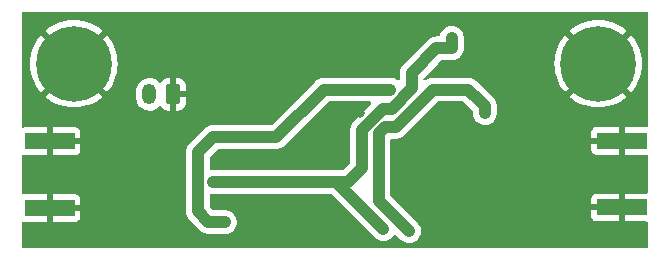
<source format=gbr>
%TF.GenerationSoftware,KiCad,Pcbnew,7.0.1*%
%TF.CreationDate,2023-04-02T02:08:02+02:00*%
%TF.ProjectId,OpenSPS_PCB,4f70656e-5350-4535-9f50-43422e6b6963,rev?*%
%TF.SameCoordinates,Original*%
%TF.FileFunction,Copper,L2,Bot*%
%TF.FilePolarity,Positive*%
%FSLAX46Y46*%
G04 Gerber Fmt 4.6, Leading zero omitted, Abs format (unit mm)*
G04 Created by KiCad (PCBNEW 7.0.1) date 2023-04-02 02:08:02*
%MOMM*%
%LPD*%
G01*
G04 APERTURE LIST*
G04 Aperture macros list*
%AMRoundRect*
0 Rectangle with rounded corners*
0 $1 Rounding radius*
0 $2 $3 $4 $5 $6 $7 $8 $9 X,Y pos of 4 corners*
0 Add a 4 corners polygon primitive as box body*
4,1,4,$2,$3,$4,$5,$6,$7,$8,$9,$2,$3,0*
0 Add four circle primitives for the rounded corners*
1,1,$1+$1,$2,$3*
1,1,$1+$1,$4,$5*
1,1,$1+$1,$6,$7*
1,1,$1+$1,$8,$9*
0 Add four rect primitives between the rounded corners*
20,1,$1+$1,$2,$3,$4,$5,0*
20,1,$1+$1,$4,$5,$6,$7,0*
20,1,$1+$1,$6,$7,$8,$9,0*
20,1,$1+$1,$8,$9,$2,$3,0*%
G04 Aperture macros list end*
%TA.AperFunction,ComponentPad*%
%ADD10C,6.400000*%
%TD*%
%TA.AperFunction,ComponentPad*%
%ADD11RoundRect,0.250000X0.350000X0.625000X-0.350000X0.625000X-0.350000X-0.625000X0.350000X-0.625000X0*%
%TD*%
%TA.AperFunction,ComponentPad*%
%ADD12O,1.200000X1.750000*%
%TD*%
%TA.AperFunction,SMDPad,CuDef*%
%ADD13R,4.200000X1.350000*%
%TD*%
%TA.AperFunction,ViaPad*%
%ADD14C,0.800000*%
%TD*%
%TA.AperFunction,Conductor*%
%ADD15C,1.000000*%
%TD*%
G04 APERTURE END LIST*
D10*
%TO.P,H2,1,1*%
%TO.N,Earth*%
X153400000Y-102000000D03*
%TD*%
D11*
%TO.P,VCC/GND,1,Pin_1*%
%TO.N,Earth*%
X117400000Y-104600000D03*
D12*
%TO.P,VCC/GND,2,Pin_2*%
%TO.N,VCC*%
X115400000Y-104600000D03*
%TD*%
D13*
%TO.P,Ref in,2,Ext*%
%TO.N,Earth*%
X106962500Y-108575000D03*
X106962500Y-114225000D03*
%TD*%
%TO.P,Laser out,2,Ext*%
%TO.N,Earth*%
X155412500Y-114175000D03*
X155412500Y-108525000D03*
%TD*%
D10*
%TO.P,H1,1,1*%
%TO.N,Earth*%
X109000000Y-102000000D03*
%TD*%
D14*
%TO.N,+3.3V*%
X143800000Y-106200000D03*
X135800000Y-104200000D03*
X134800000Y-110800000D03*
X137400000Y-116200000D03*
X121800000Y-115400000D03*
%TO.N,Earth*%
X116400000Y-113200000D03*
X140200000Y-110400000D03*
X117500000Y-109400000D03*
X133800000Y-117000000D03*
X147800000Y-116000000D03*
X124200000Y-116600000D03*
X115200000Y-109400000D03*
X149700000Y-112800000D03*
X152200000Y-109800000D03*
X114000000Y-113200000D03*
X146200000Y-106400000D03*
X115200000Y-113200000D03*
X111600000Y-109400000D03*
X143000000Y-116200000D03*
X124200000Y-106600000D03*
X122800000Y-98800000D03*
X110400000Y-109400000D03*
X134800000Y-99000000D03*
X112800000Y-113200000D03*
X148800000Y-105800000D03*
X151600000Y-107200000D03*
X149700000Y-109800000D03*
X111600000Y-113200000D03*
X130600000Y-114400000D03*
X125400000Y-109800000D03*
X128200000Y-108800000D03*
X152200000Y-112800000D03*
X112800000Y-109400000D03*
X137000000Y-100000000D03*
X130600000Y-107000000D03*
X126200000Y-99000000D03*
X151000000Y-109800000D03*
X146000000Y-114600000D03*
X117500000Y-113200000D03*
X130800000Y-100200000D03*
X114000000Y-109400000D03*
X148600000Y-100200000D03*
X121000000Y-106000000D03*
X133200000Y-106200000D03*
X110400000Y-113200000D03*
X116400000Y-109400000D03*
X120000000Y-103800000D03*
X151000000Y-112800000D03*
%TO.N,/Vth*%
X133400000Y-110800000D03*
X135200000Y-116000000D03*
X141000000Y-99800000D03*
X120800000Y-112000000D03*
%TD*%
D15*
%TO.N,+3.3V*%
X139400000Y-104200000D02*
X140200000Y-104200000D01*
X135348528Y-107348528D02*
X136251472Y-107348528D01*
X136251472Y-107348528D02*
X139400000Y-104200000D01*
X134800000Y-107897056D02*
X135348528Y-107348528D01*
X142400000Y-104200000D02*
X140200000Y-104200000D01*
X134800000Y-110800000D02*
X134800000Y-107897056D01*
X143400000Y-105200000D02*
X142400000Y-104200000D01*
X143800000Y-105600000D02*
X143400000Y-105200000D01*
X143800000Y-106200000D02*
X143800000Y-105600000D01*
%TO.N,/Vth*%
X133400000Y-107600000D02*
X133400000Y-110800000D01*
X135200000Y-105800000D02*
X133400000Y-107600000D01*
X135897056Y-105800000D02*
X135200000Y-105800000D01*
X137600000Y-104097056D02*
X135897056Y-105800000D01*
X137600000Y-102800000D02*
X137600000Y-104097056D01*
X139702944Y-100697056D02*
X137600000Y-102800000D01*
X141000000Y-100697056D02*
X139702944Y-100697056D01*
X141000000Y-99800000D02*
X141000000Y-100697056D01*
%TO.N,+3.3V*%
X134800000Y-113600000D02*
X137400000Y-116200000D01*
X119500000Y-109500000D02*
X119500000Y-114500000D01*
X120400000Y-115400000D02*
X121800000Y-115400000D01*
X119500000Y-114500000D02*
X120400000Y-115400000D01*
X120800000Y-108200000D02*
X119500000Y-109500000D01*
X130155635Y-104200000D02*
X126155635Y-108200000D01*
X135800000Y-104200000D02*
X130155635Y-104200000D01*
X126155635Y-108200000D02*
X120800000Y-108200000D01*
X134800000Y-110800000D02*
X134800000Y-113600000D01*
%TO.N,/Vth*%
X131200000Y-112000000D02*
X128600000Y-112000000D01*
X120800000Y-112000000D02*
X128600000Y-112000000D01*
X128600000Y-112000000D02*
X132200000Y-112000000D01*
X132200000Y-112000000D02*
X133400000Y-110800000D01*
X135200000Y-116000000D02*
X131200000Y-112000000D01*
%TD*%
%TA.AperFunction,Conductor*%
%TO.N,Earth*%
G36*
X134141512Y-105214015D02*
G01*
X134185535Y-105251615D01*
X134207690Y-105305102D01*
X134203148Y-105362818D01*
X134172898Y-105412181D01*
X132702645Y-106882433D01*
X132700398Y-106884624D01*
X132636948Y-106944940D01*
X132603244Y-106993362D01*
X132597573Y-107000882D01*
X132560301Y-107046593D01*
X132546210Y-107073566D01*
X132538082Y-107086983D01*
X132520705Y-107111950D01*
X132497439Y-107166165D01*
X132493399Y-107174671D01*
X132466090Y-107226952D01*
X132457720Y-107256201D01*
X132452459Y-107270978D01*
X132440460Y-107298942D01*
X132428587Y-107356713D01*
X132426342Y-107365860D01*
X132410113Y-107422580D01*
X132407802Y-107452925D01*
X132405622Y-107468466D01*
X132399500Y-107498259D01*
X132399500Y-107557242D01*
X132399142Y-107566656D01*
X132394663Y-107625477D01*
X132398506Y-107655651D01*
X132399500Y-107671317D01*
X132399500Y-110334217D01*
X132390061Y-110381670D01*
X132363181Y-110421898D01*
X131821899Y-110963181D01*
X131781671Y-110990061D01*
X131734218Y-110999500D01*
X131242758Y-110999500D01*
X131233344Y-110999142D01*
X131224198Y-110998445D01*
X131174524Y-110994663D01*
X131174523Y-110994663D01*
X131144349Y-110998506D01*
X131128683Y-110999500D01*
X128701741Y-110999500D01*
X120749258Y-110999500D01*
X120637045Y-111010911D01*
X120569891Y-110998875D01*
X120519268Y-110953139D01*
X120500500Y-110887547D01*
X120500500Y-109965783D01*
X120509939Y-109918330D01*
X120536819Y-109878102D01*
X121178102Y-109236819D01*
X121218330Y-109209939D01*
X121265783Y-109200500D01*
X126141356Y-109200500D01*
X126144497Y-109200539D01*
X126231998Y-109202757D01*
X126290067Y-109192348D01*
X126299371Y-109191043D01*
X126358073Y-109185074D01*
X126387102Y-109175965D01*
X126402335Y-109172226D01*
X126432288Y-109166858D01*
X126487061Y-109144978D01*
X126495936Y-109141819D01*
X126513310Y-109136367D01*
X126552223Y-109124159D01*
X126578829Y-109109390D01*
X126592997Y-109102662D01*
X126621252Y-109091377D01*
X126670514Y-109058909D01*
X126678545Y-109054043D01*
X126730137Y-109025409D01*
X126753222Y-109005589D01*
X126765749Y-108996144D01*
X126791154Y-108979402D01*
X126832886Y-108937668D01*
X126839758Y-108931300D01*
X126884530Y-108892866D01*
X126903159Y-108868798D01*
X126913518Y-108857036D01*
X130533735Y-105236819D01*
X130573964Y-105209939D01*
X130621417Y-105200500D01*
X134085217Y-105200500D01*
X134141512Y-105214015D01*
G37*
%TD.AperFunction*%
%TA.AperFunction,Conductor*%
G36*
X157537500Y-97617113D02*
G01*
X157582887Y-97662500D01*
X157599500Y-97724500D01*
X157599500Y-107226000D01*
X157582887Y-107288000D01*
X157537500Y-107333387D01*
X157475500Y-107350000D01*
X155662500Y-107350000D01*
X155662500Y-109700000D01*
X157475500Y-109700000D01*
X157537500Y-109716613D01*
X157582887Y-109762000D01*
X157599500Y-109824000D01*
X157599500Y-112876000D01*
X157582887Y-112938000D01*
X157537500Y-112983387D01*
X157475500Y-113000000D01*
X155662500Y-113000000D01*
X155662500Y-115350000D01*
X157475500Y-115350000D01*
X157537500Y-115366613D01*
X157582887Y-115412000D01*
X157599500Y-115474000D01*
X157599500Y-117475500D01*
X157582887Y-117537500D01*
X157537500Y-117582887D01*
X157475500Y-117599500D01*
X104724500Y-117599500D01*
X104662500Y-117582887D01*
X104617113Y-117537500D01*
X104600500Y-117475500D01*
X104600500Y-115514520D01*
X104614626Y-115457041D01*
X104653787Y-115412659D01*
X104709060Y-115391485D01*
X104739306Y-115395013D01*
X104739638Y-115391933D01*
X104814676Y-115400000D01*
X106712500Y-115400000D01*
X106712500Y-114475000D01*
X107212500Y-114475000D01*
X107212500Y-115400000D01*
X109110324Y-115400000D01*
X109169875Y-115393597D01*
X109304589Y-115343352D01*
X109419688Y-115257188D01*
X109505852Y-115142089D01*
X109556097Y-115007375D01*
X109562500Y-114947824D01*
X109562500Y-114475000D01*
X107212500Y-114475000D01*
X106712500Y-114475000D01*
X106712500Y-113050000D01*
X107212500Y-113050000D01*
X107212500Y-113975000D01*
X109562500Y-113975000D01*
X109562500Y-113502176D01*
X109556097Y-113442624D01*
X109505852Y-113307910D01*
X109419688Y-113192811D01*
X109304589Y-113106647D01*
X109169875Y-113056402D01*
X109110324Y-113050000D01*
X107212500Y-113050000D01*
X106712500Y-113050000D01*
X104814676Y-113050000D01*
X104739638Y-113058067D01*
X104739306Y-113054986D01*
X104709060Y-113058515D01*
X104653787Y-113037341D01*
X104614626Y-112992959D01*
X104600500Y-112935480D01*
X104600500Y-109864520D01*
X104614626Y-109807041D01*
X104653787Y-109762659D01*
X104709060Y-109741485D01*
X104739306Y-109745013D01*
X104739638Y-109741933D01*
X104814676Y-109750000D01*
X106712500Y-109750000D01*
X106712500Y-108825000D01*
X107212500Y-108825000D01*
X107212500Y-109750000D01*
X109110324Y-109750000D01*
X109169875Y-109743597D01*
X109304589Y-109693352D01*
X109419688Y-109607188D01*
X109480857Y-109525477D01*
X118494663Y-109525477D01*
X118498506Y-109555651D01*
X118499500Y-109571317D01*
X118499500Y-114485721D01*
X118499460Y-114488863D01*
X118497242Y-114576362D01*
X118507648Y-114634420D01*
X118508957Y-114643749D01*
X118514926Y-114702438D01*
X118524033Y-114731467D01*
X118527772Y-114746702D01*
X118533141Y-114776652D01*
X118555020Y-114831425D01*
X118558180Y-114840300D01*
X118575841Y-114896588D01*
X118590607Y-114923191D01*
X118597337Y-114937364D01*
X118608622Y-114965617D01*
X118641080Y-115014867D01*
X118645961Y-115022923D01*
X118674590Y-115074501D01*
X118694404Y-115097581D01*
X118703854Y-115110114D01*
X118720597Y-115135518D01*
X118762298Y-115177218D01*
X118768704Y-115184129D01*
X118807134Y-115228895D01*
X118830269Y-115246803D01*
X118831194Y-115247519D01*
X118842972Y-115257893D01*
X119682432Y-116097352D01*
X119684625Y-116099601D01*
X119744942Y-116163054D01*
X119793362Y-116196755D01*
X119800871Y-116202416D01*
X119846593Y-116239698D01*
X119873562Y-116253785D01*
X119886982Y-116261916D01*
X119911949Y-116279294D01*
X119966163Y-116302559D01*
X119974673Y-116306601D01*
X120026951Y-116333909D01*
X120056200Y-116342277D01*
X120070970Y-116347535D01*
X120098942Y-116359540D01*
X120098945Y-116359540D01*
X120098946Y-116359541D01*
X120156726Y-116371414D01*
X120165869Y-116373657D01*
X120222582Y-116389886D01*
X120252920Y-116392196D01*
X120268448Y-116394373D01*
X120298259Y-116400500D01*
X120357244Y-116400500D01*
X120366659Y-116400858D01*
X120370806Y-116401173D01*
X120425476Y-116405337D01*
X120452278Y-116401923D01*
X120455652Y-116401494D01*
X120471317Y-116400500D01*
X121850740Y-116400500D01*
X121850742Y-116400500D01*
X122002438Y-116385074D01*
X122196588Y-116324159D01*
X122374502Y-116225409D01*
X122528895Y-116092866D01*
X122653448Y-115931958D01*
X122743060Y-115749271D01*
X122794063Y-115552285D01*
X122804369Y-115349064D01*
X122803531Y-115343597D01*
X122773556Y-115147928D01*
X122702886Y-114957113D01*
X122595254Y-114784431D01*
X122587859Y-114776652D01*
X122455059Y-114636947D01*
X122288049Y-114520705D01*
X122101058Y-114440460D01*
X121901741Y-114399500D01*
X121901739Y-114399500D01*
X120865783Y-114399500D01*
X120818330Y-114390061D01*
X120778102Y-114363181D01*
X120536819Y-114121899D01*
X120509939Y-114081671D01*
X120500500Y-114034218D01*
X120500500Y-113111934D01*
X120512489Y-113058740D01*
X120546139Y-113015832D01*
X120594941Y-112991509D01*
X120649460Y-112990472D01*
X120698259Y-113000500D01*
X128498259Y-113000500D01*
X128650742Y-113000500D01*
X130734217Y-113000500D01*
X130781670Y-113009939D01*
X130821898Y-113036819D01*
X134528415Y-116743336D01*
X134528420Y-116743340D01*
X134646593Y-116839698D01*
X134826951Y-116933909D01*
X135022582Y-116989886D01*
X135225476Y-117005337D01*
X135427328Y-116979630D01*
X135619872Y-116913816D01*
X135795227Y-116810590D01*
X135946213Y-116674179D01*
X135985870Y-116620172D01*
X136074113Y-116500003D01*
X136075611Y-116501103D01*
X136100997Y-116469145D01*
X136155024Y-116445140D01*
X136214026Y-116448878D01*
X136264590Y-116479512D01*
X136728414Y-116943336D01*
X136728419Y-116943340D01*
X136846593Y-117039698D01*
X137026951Y-117133909D01*
X137222582Y-117189886D01*
X137425476Y-117205337D01*
X137627328Y-117179630D01*
X137819872Y-117113816D01*
X137995227Y-117010590D01*
X138146213Y-116874179D01*
X138266649Y-116710167D01*
X138351605Y-116525268D01*
X138382347Y-116392793D01*
X138397602Y-116327054D01*
X138402756Y-116123637D01*
X138366858Y-115923345D01*
X138291377Y-115734380D01*
X138179403Y-115564481D01*
X137039921Y-114425000D01*
X152812500Y-114425000D01*
X152812500Y-114897824D01*
X152818902Y-114957375D01*
X152869147Y-115092089D01*
X152955311Y-115207188D01*
X153070410Y-115293352D01*
X153205124Y-115343597D01*
X153264676Y-115350000D01*
X155162500Y-115350000D01*
X155162500Y-114425000D01*
X152812500Y-114425000D01*
X137039921Y-114425000D01*
X136539921Y-113925000D01*
X152812500Y-113925000D01*
X155162500Y-113925000D01*
X155162500Y-113000000D01*
X153264676Y-113000000D01*
X153205124Y-113006402D01*
X153070410Y-113056647D01*
X152955311Y-113142811D01*
X152869147Y-113257910D01*
X152818902Y-113392624D01*
X152812500Y-113452176D01*
X152812500Y-113925000D01*
X136539921Y-113925000D01*
X135836819Y-113221899D01*
X135809939Y-113181671D01*
X135800500Y-113134218D01*
X135800500Y-108775000D01*
X152812500Y-108775000D01*
X152812500Y-109247824D01*
X152818902Y-109307375D01*
X152869147Y-109442089D01*
X152955311Y-109557188D01*
X153070410Y-109643352D01*
X153205124Y-109693597D01*
X153264676Y-109700000D01*
X155162500Y-109700000D01*
X155162500Y-108775000D01*
X152812500Y-108775000D01*
X135800500Y-108775000D01*
X135800500Y-108473028D01*
X135817113Y-108411028D01*
X135862500Y-108365641D01*
X135924500Y-108349028D01*
X136237193Y-108349028D01*
X136240334Y-108349067D01*
X136327835Y-108351285D01*
X136385904Y-108340876D01*
X136395208Y-108339571D01*
X136453910Y-108333602D01*
X136482939Y-108324493D01*
X136498172Y-108320754D01*
X136528125Y-108315386D01*
X136582898Y-108293506D01*
X136591773Y-108290347D01*
X136609147Y-108284895D01*
X136640687Y-108275000D01*
X152812500Y-108275000D01*
X155162500Y-108275000D01*
X155162500Y-107350000D01*
X153264676Y-107350000D01*
X153205124Y-107356402D01*
X153070410Y-107406647D01*
X152955311Y-107492811D01*
X152869147Y-107607910D01*
X152818902Y-107742624D01*
X152812500Y-107802176D01*
X152812500Y-108275000D01*
X136640687Y-108275000D01*
X136648060Y-108272687D01*
X136674666Y-108257918D01*
X136688834Y-108251190D01*
X136717089Y-108239905D01*
X136766351Y-108207437D01*
X136774382Y-108202571D01*
X136825974Y-108173937D01*
X136849059Y-108154117D01*
X136861586Y-108144672D01*
X136886991Y-108127930D01*
X136928723Y-108086196D01*
X136935595Y-108079828D01*
X136980367Y-108041394D01*
X136998996Y-108017326D01*
X137009355Y-108005564D01*
X139778100Y-105236819D01*
X139818329Y-105209939D01*
X139865782Y-105200500D01*
X140098259Y-105200500D01*
X140250742Y-105200500D01*
X141934217Y-105200500D01*
X141981670Y-105209939D01*
X142021898Y-105236819D01*
X142763181Y-105978102D01*
X142790061Y-106018330D01*
X142799500Y-106065783D01*
X142799500Y-106250740D01*
X142814926Y-106402440D01*
X142845868Y-106501058D01*
X142875841Y-106596588D01*
X142974591Y-106774502D01*
X143107134Y-106928895D01*
X143268042Y-107053448D01*
X143450729Y-107143060D01*
X143647715Y-107194063D01*
X143850936Y-107204369D01*
X143850936Y-107204368D01*
X143850937Y-107204369D01*
X144052071Y-107173556D01*
X144052071Y-107173555D01*
X144242887Y-107102886D01*
X144385748Y-107013840D01*
X144415568Y-106995254D01*
X144415568Y-106995253D01*
X144415571Y-106995252D01*
X144563053Y-106855059D01*
X144679295Y-106688049D01*
X144759540Y-106501058D01*
X144800500Y-106301741D01*
X144800500Y-105614238D01*
X144800540Y-105611096D01*
X144802756Y-105523639D01*
X144802755Y-105523638D01*
X144802756Y-105523636D01*
X144792345Y-105465554D01*
X144791042Y-105456263D01*
X144785074Y-105397562D01*
X144775964Y-105368528D01*
X144772223Y-105353286D01*
X144766857Y-105323343D01*
X144744976Y-105268565D01*
X144741816Y-105259689D01*
X144734640Y-105236819D01*
X144724159Y-105203412D01*
X144709395Y-105176812D01*
X144702660Y-105162631D01*
X144691377Y-105134383D01*
X144658917Y-105085131D01*
X144654036Y-105077074D01*
X144625409Y-105025498D01*
X144605582Y-105002403D01*
X144596146Y-104989888D01*
X144579402Y-104964481D01*
X144579400Y-104964479D01*
X144579399Y-104964477D01*
X144537699Y-104922778D01*
X144531294Y-104915867D01*
X144492866Y-104871105D01*
X144468807Y-104852482D01*
X144457027Y-104842107D01*
X144403823Y-104788903D01*
X150964648Y-104788903D01*
X150964649Y-104788904D01*
X151222207Y-104997469D01*
X151547456Y-105208690D01*
X151893009Y-105384757D01*
X152255068Y-105523739D01*
X152629674Y-105624114D01*
X153012711Y-105684780D01*
X153399999Y-105705077D01*
X153787288Y-105684780D01*
X154170325Y-105624114D01*
X154544931Y-105523739D01*
X154906990Y-105384757D01*
X155252543Y-105208690D01*
X155577786Y-104997473D01*
X155835349Y-104788902D01*
X153400000Y-102353553D01*
X150964648Y-104788903D01*
X144403823Y-104788903D01*
X143117567Y-103502647D01*
X143115412Y-103500438D01*
X143055059Y-103436947D01*
X143006640Y-103403246D01*
X142999118Y-103397575D01*
X142953405Y-103360300D01*
X142926440Y-103346215D01*
X142913019Y-103338084D01*
X142888049Y-103320705D01*
X142888048Y-103320704D01*
X142888046Y-103320703D01*
X142833845Y-103297443D01*
X142825336Y-103293402D01*
X142773053Y-103266092D01*
X142767126Y-103264396D01*
X142743798Y-103257721D01*
X142729020Y-103252459D01*
X142701058Y-103240460D01*
X142643272Y-103228583D01*
X142634128Y-103226338D01*
X142577421Y-103210113D01*
X142547075Y-103207802D01*
X142531534Y-103205622D01*
X142501742Y-103199500D01*
X142501741Y-103199500D01*
X142442758Y-103199500D01*
X142433344Y-103199142D01*
X142424198Y-103198445D01*
X142374524Y-103194663D01*
X142374523Y-103194663D01*
X142344349Y-103198506D01*
X142328683Y-103199500D01*
X140301741Y-103199500D01*
X139414279Y-103199500D01*
X139411137Y-103199460D01*
X139323637Y-103197242D01*
X139265580Y-103207648D01*
X139256251Y-103208957D01*
X139197562Y-103214926D01*
X139168527Y-103224035D01*
X139153290Y-103227774D01*
X139123350Y-103233141D01*
X139068567Y-103255022D01*
X139059698Y-103258179D01*
X139003410Y-103275841D01*
X138976809Y-103290605D01*
X138962639Y-103297335D01*
X138934385Y-103308622D01*
X138885121Y-103341087D01*
X138877070Y-103345964D01*
X138825498Y-103374590D01*
X138805270Y-103391956D01*
X138741723Y-103420668D01*
X138672729Y-103410545D01*
X138620107Y-103364789D01*
X138600500Y-103297870D01*
X138600500Y-103265783D01*
X138609939Y-103218330D01*
X138636819Y-103178102D01*
X139814921Y-101999999D01*
X149694922Y-101999999D01*
X149715219Y-102387288D01*
X149775885Y-102770325D01*
X149876260Y-103144931D01*
X150015242Y-103506990D01*
X150191309Y-103852543D01*
X150402530Y-104177792D01*
X150611095Y-104435350D01*
X150611096Y-104435350D01*
X153046446Y-102000001D01*
X153753553Y-102000001D01*
X156188902Y-104435349D01*
X156397473Y-104177786D01*
X156608690Y-103852543D01*
X156784757Y-103506990D01*
X156923739Y-103144931D01*
X157024114Y-102770325D01*
X157084780Y-102387288D01*
X157105077Y-101999999D01*
X157084780Y-101612711D01*
X157024114Y-101229674D01*
X156923739Y-100855068D01*
X156784757Y-100493009D01*
X156608690Y-100147456D01*
X156397469Y-99822207D01*
X156188904Y-99564649D01*
X156188903Y-99564648D01*
X153753553Y-102000000D01*
X153753553Y-102000001D01*
X153046446Y-102000001D01*
X153046447Y-102000000D01*
X150611096Y-99564648D01*
X150402526Y-99822214D01*
X150191309Y-100147456D01*
X150015242Y-100493009D01*
X149876260Y-100855068D01*
X149775885Y-101229674D01*
X149715219Y-101612711D01*
X149694922Y-101999999D01*
X139814921Y-101999999D01*
X140081045Y-101733875D01*
X140121273Y-101706995D01*
X140168726Y-101697556D01*
X140971499Y-101697556D01*
X140977778Y-101697714D01*
X141050936Y-101701425D01*
X141123339Y-101690332D01*
X141129557Y-101689540D01*
X141202438Y-101682130D01*
X141217801Y-101677309D01*
X141236150Y-101673051D01*
X141243372Y-101671944D01*
X141252071Y-101670612D01*
X141320777Y-101645165D01*
X141326672Y-101643150D01*
X141396588Y-101621215D01*
X141410674Y-101613395D01*
X141427781Y-101605535D01*
X141442887Y-101599942D01*
X141505056Y-101561190D01*
X141510450Y-101558015D01*
X141574502Y-101522465D01*
X141586720Y-101511974D01*
X141601898Y-101500829D01*
X141615571Y-101492308D01*
X141668692Y-101441811D01*
X141673328Y-101437624D01*
X141728895Y-101389922D01*
X141738752Y-101377187D01*
X141751375Y-101363215D01*
X141763053Y-101352115D01*
X141804939Y-101291933D01*
X141808577Y-101286980D01*
X141853448Y-101229014D01*
X141860546Y-101214541D01*
X141870093Y-101198324D01*
X141879295Y-101185105D01*
X141908186Y-101117778D01*
X141910791Y-101112110D01*
X141943060Y-101046327D01*
X141947096Y-101030736D01*
X141953186Y-101012917D01*
X141959540Y-100998114D01*
X141974288Y-100926343D01*
X141975694Y-100920278D01*
X141994063Y-100849341D01*
X141994879Y-100833249D01*
X141997258Y-100814572D01*
X142000500Y-100798798D01*
X142000500Y-100725557D01*
X142000659Y-100719276D01*
X142004369Y-100646120D01*
X142001930Y-100630200D01*
X142000500Y-100611421D01*
X142000500Y-99749260D01*
X141998562Y-99730198D01*
X141985074Y-99597562D01*
X141924159Y-99403412D01*
X141825409Y-99225498D01*
X141813045Y-99211096D01*
X150964648Y-99211096D01*
X153400000Y-101646447D01*
X153400001Y-101646447D01*
X155835350Y-99211096D01*
X155835350Y-99211095D01*
X155577792Y-99002530D01*
X155252543Y-98791309D01*
X154906990Y-98615242D01*
X154544931Y-98476260D01*
X154170325Y-98375885D01*
X153787288Y-98315219D01*
X153400000Y-98294922D01*
X153012711Y-98315219D01*
X152629674Y-98375885D01*
X152255068Y-98476260D01*
X151893009Y-98615242D01*
X151547456Y-98791309D01*
X151222214Y-99002526D01*
X150964648Y-99211096D01*
X141813045Y-99211096D01*
X141692866Y-99071105D01*
X141531958Y-98946552D01*
X141531957Y-98946551D01*
X141349272Y-98856940D01*
X141283608Y-98839938D01*
X141152285Y-98805937D01*
X141131670Y-98804891D01*
X140949062Y-98795630D01*
X140747928Y-98826443D01*
X140557113Y-98897113D01*
X140384431Y-99004745D01*
X140314623Y-99071104D01*
X140236947Y-99144941D01*
X140236946Y-99144943D01*
X140120705Y-99311950D01*
X140040460Y-99498941D01*
X140020203Y-99597517D01*
X139996797Y-99648457D01*
X139953350Y-99683884D01*
X139898741Y-99696556D01*
X139717223Y-99696556D01*
X139714081Y-99696516D01*
X139626581Y-99694298D01*
X139568524Y-99704704D01*
X139559195Y-99706013D01*
X139500506Y-99711982D01*
X139471471Y-99721091D01*
X139456234Y-99724830D01*
X139426294Y-99730197D01*
X139371511Y-99752078D01*
X139362642Y-99755235D01*
X139306354Y-99772897D01*
X139279753Y-99787661D01*
X139265583Y-99794391D01*
X139237329Y-99805678D01*
X139188065Y-99838143D01*
X139180014Y-99843020D01*
X139128442Y-99871646D01*
X139105358Y-99891463D01*
X139092831Y-99900909D01*
X139067425Y-99917654D01*
X139025719Y-99959359D01*
X139018812Y-99965760D01*
X138974047Y-100004191D01*
X138955424Y-100028249D01*
X138945052Y-100040025D01*
X136902645Y-102082433D01*
X136900398Y-102084624D01*
X136836948Y-102144940D01*
X136803244Y-102193362D01*
X136797573Y-102200882D01*
X136760301Y-102246593D01*
X136746210Y-102273566D01*
X136738082Y-102286983D01*
X136720705Y-102311950D01*
X136697439Y-102366165D01*
X136693399Y-102374671D01*
X136666090Y-102426952D01*
X136657720Y-102456201D01*
X136652459Y-102470978D01*
X136640460Y-102498942D01*
X136628587Y-102556713D01*
X136626342Y-102565860D01*
X136610113Y-102622580D01*
X136607802Y-102652925D01*
X136605622Y-102668466D01*
X136599500Y-102698259D01*
X136599500Y-102757242D01*
X136599142Y-102766656D01*
X136594663Y-102825477D01*
X136598506Y-102855651D01*
X136599500Y-102871317D01*
X136599500Y-103300096D01*
X136581554Y-103364349D01*
X136532912Y-103410005D01*
X136467651Y-103423847D01*
X136404664Y-103401871D01*
X136288049Y-103320705D01*
X136101058Y-103240460D01*
X135901741Y-103199500D01*
X135901739Y-103199500D01*
X130169874Y-103199500D01*
X130166732Y-103199460D01*
X130079270Y-103197243D01*
X130021224Y-103207646D01*
X130011899Y-103208954D01*
X129953197Y-103214925D01*
X129924163Y-103224034D01*
X129908923Y-103227775D01*
X129878980Y-103233142D01*
X129824203Y-103255021D01*
X129815333Y-103258179D01*
X129759045Y-103275841D01*
X129732444Y-103290605D01*
X129718274Y-103297335D01*
X129690020Y-103308622D01*
X129640756Y-103341087D01*
X129632705Y-103345964D01*
X129581133Y-103374590D01*
X129558049Y-103394407D01*
X129545522Y-103403853D01*
X129520116Y-103420598D01*
X129478410Y-103462303D01*
X129471503Y-103468704D01*
X129426738Y-103507135D01*
X129408115Y-103531193D01*
X129397743Y-103542969D01*
X125777534Y-107163181D01*
X125737306Y-107190061D01*
X125689853Y-107199500D01*
X120814279Y-107199500D01*
X120811137Y-107199460D01*
X120723637Y-107197242D01*
X120665580Y-107207648D01*
X120656251Y-107208957D01*
X120597558Y-107214926D01*
X120568528Y-107224034D01*
X120553288Y-107227775D01*
X120523346Y-107233141D01*
X120468572Y-107255020D01*
X120459702Y-107258178D01*
X120403409Y-107275841D01*
X120376818Y-107290600D01*
X120362648Y-107297330D01*
X120334383Y-107308621D01*
X120285121Y-107341087D01*
X120277066Y-107345967D01*
X120225495Y-107374591D01*
X120202406Y-107394412D01*
X120189883Y-107403855D01*
X120164484Y-107420596D01*
X120122782Y-107462297D01*
X120115875Y-107468698D01*
X120071104Y-107507134D01*
X120052480Y-107531194D01*
X120042107Y-107542971D01*
X118802646Y-108782432D01*
X118800399Y-108784623D01*
X118736948Y-108844939D01*
X118703244Y-108893362D01*
X118697573Y-108900882D01*
X118660301Y-108946593D01*
X118646210Y-108973566D01*
X118638082Y-108986983D01*
X118620705Y-109011950D01*
X118597439Y-109066165D01*
X118593399Y-109074671D01*
X118566090Y-109126952D01*
X118557720Y-109156201D01*
X118552459Y-109170978D01*
X118540460Y-109198942D01*
X118528587Y-109256713D01*
X118526342Y-109265860D01*
X118510113Y-109322580D01*
X118507802Y-109352925D01*
X118505622Y-109368466D01*
X118499500Y-109398259D01*
X118499500Y-109457242D01*
X118499142Y-109466656D01*
X118494663Y-109525477D01*
X109480857Y-109525477D01*
X109505852Y-109492089D01*
X109556097Y-109357375D01*
X109562500Y-109297824D01*
X109562500Y-108825000D01*
X107212500Y-108825000D01*
X106712500Y-108825000D01*
X106712500Y-107400000D01*
X107212500Y-107400000D01*
X107212500Y-108325000D01*
X109562500Y-108325000D01*
X109562500Y-107852176D01*
X109556097Y-107792624D01*
X109505852Y-107657910D01*
X109419688Y-107542811D01*
X109304589Y-107456647D01*
X109169875Y-107406402D01*
X109110324Y-107400000D01*
X107212500Y-107400000D01*
X106712500Y-107400000D01*
X104814676Y-107400000D01*
X104739638Y-107408067D01*
X104739306Y-107404986D01*
X104709060Y-107408515D01*
X104653787Y-107387341D01*
X104614626Y-107342959D01*
X104600500Y-107285480D01*
X104600500Y-104788903D01*
X106564648Y-104788903D01*
X106564649Y-104788904D01*
X106822207Y-104997469D01*
X107147456Y-105208690D01*
X107493009Y-105384757D01*
X107855068Y-105523739D01*
X108229674Y-105624114D01*
X108612711Y-105684780D01*
X109000000Y-105705077D01*
X109387288Y-105684780D01*
X109770325Y-105624114D01*
X110144931Y-105523739D01*
X110506990Y-105384757D01*
X110852543Y-105208690D01*
X111177786Y-104997473D01*
X111264288Y-104927425D01*
X114299500Y-104927425D01*
X114306189Y-104997473D01*
X114314472Y-105084220D01*
X114373683Y-105285873D01*
X114469990Y-105472684D01*
X114599906Y-105637884D01*
X114758745Y-105775520D01*
X114940754Y-105880603D01*
X114940756Y-105880604D01*
X115023832Y-105909357D01*
X115139366Y-105949344D01*
X115174298Y-105954366D01*
X115347398Y-105979254D01*
X115557330Y-105969254D01*
X115761576Y-105919704D01*
X115847195Y-105880603D01*
X115952752Y-105832397D01*
X116123949Y-105710488D01*
X116123948Y-105710488D01*
X116123952Y-105710486D01*
X116222109Y-105607541D01*
X116269053Y-105576732D01*
X116324777Y-105569789D01*
X116377850Y-105588138D01*
X116417387Y-105628016D01*
X116457682Y-105693344D01*
X116581654Y-105817316D01*
X116730877Y-105909357D01*
X116897303Y-105964506D01*
X117000021Y-105975000D01*
X117150000Y-105975000D01*
X117150000Y-104850000D01*
X117650000Y-104850000D01*
X117650000Y-105974999D01*
X117799979Y-105974999D01*
X117902695Y-105964506D01*
X118069122Y-105909357D01*
X118218345Y-105817316D01*
X118342316Y-105693345D01*
X118434357Y-105544122D01*
X118489506Y-105377696D01*
X118500000Y-105274979D01*
X118500000Y-104850000D01*
X117650000Y-104850000D01*
X117150000Y-104850000D01*
X117150000Y-103225001D01*
X117000021Y-103225001D01*
X116897304Y-103235493D01*
X116730877Y-103290642D01*
X116581654Y-103382683D01*
X116457683Y-103506654D01*
X116418513Y-103570159D01*
X116376460Y-103611577D01*
X116320021Y-103628861D01*
X116261986Y-103618093D01*
X116215505Y-103581713D01*
X116200093Y-103562115D01*
X116041254Y-103424479D01*
X115859245Y-103319396D01*
X115660633Y-103250655D01*
X115482191Y-103225000D01*
X117650000Y-103225000D01*
X117650000Y-104350000D01*
X118499999Y-104350000D01*
X118499999Y-103925021D01*
X118489506Y-103822304D01*
X118434357Y-103655877D01*
X118342316Y-103506654D01*
X118218345Y-103382683D01*
X118069122Y-103290642D01*
X117902696Y-103235493D01*
X117799979Y-103225000D01*
X117650000Y-103225000D01*
X115482191Y-103225000D01*
X115452603Y-103220746D01*
X115452602Y-103220746D01*
X115363297Y-103225000D01*
X115242669Y-103230746D01*
X115038419Y-103280297D01*
X114847247Y-103367602D01*
X114676050Y-103489512D01*
X114676048Y-103489513D01*
X114676048Y-103489514D01*
X114636307Y-103531193D01*
X114531013Y-103641623D01*
X114417387Y-103818425D01*
X114339274Y-104013545D01*
X114299500Y-104219914D01*
X114299500Y-104219915D01*
X114299500Y-104927425D01*
X111264288Y-104927425D01*
X111435349Y-104788902D01*
X109000000Y-102353553D01*
X106564648Y-104788903D01*
X104600500Y-104788903D01*
X104600500Y-101999999D01*
X105294922Y-101999999D01*
X105315219Y-102387288D01*
X105375885Y-102770325D01*
X105476260Y-103144931D01*
X105615242Y-103506990D01*
X105791309Y-103852543D01*
X106002530Y-104177792D01*
X106211095Y-104435350D01*
X106211096Y-104435350D01*
X108646447Y-102000001D01*
X108646447Y-102000000D01*
X109353553Y-102000000D01*
X111788902Y-104435349D01*
X111997473Y-104177786D01*
X112208690Y-103852543D01*
X112384757Y-103506990D01*
X112523739Y-103144931D01*
X112624114Y-102770325D01*
X112684780Y-102387288D01*
X112705077Y-101999999D01*
X112684780Y-101612711D01*
X112624114Y-101229674D01*
X112523739Y-100855068D01*
X112384757Y-100493009D01*
X112208690Y-100147456D01*
X111997469Y-99822207D01*
X111788904Y-99564649D01*
X111788903Y-99564648D01*
X109353553Y-102000000D01*
X108646447Y-102000000D01*
X106211096Y-99564648D01*
X106002526Y-99822214D01*
X105791309Y-100147456D01*
X105615242Y-100493009D01*
X105476260Y-100855068D01*
X105375885Y-101229674D01*
X105315219Y-101612711D01*
X105294922Y-101999999D01*
X104600500Y-101999999D01*
X104600500Y-99211096D01*
X106564648Y-99211096D01*
X109000000Y-101646447D01*
X109000001Y-101646447D01*
X111435350Y-99211096D01*
X111435350Y-99211095D01*
X111177792Y-99002530D01*
X110852543Y-98791309D01*
X110506990Y-98615242D01*
X110144931Y-98476260D01*
X109770325Y-98375885D01*
X109387288Y-98315219D01*
X109000000Y-98294922D01*
X108612711Y-98315219D01*
X108229674Y-98375885D01*
X107855068Y-98476260D01*
X107493009Y-98615242D01*
X107147456Y-98791309D01*
X106822214Y-99002526D01*
X106564648Y-99211096D01*
X104600500Y-99211096D01*
X104600500Y-97724500D01*
X104617113Y-97662500D01*
X104662500Y-97617113D01*
X104724500Y-97600500D01*
X157475500Y-97600500D01*
X157537500Y-97617113D01*
G37*
%TD.AperFunction*%
%TD*%
M02*

</source>
